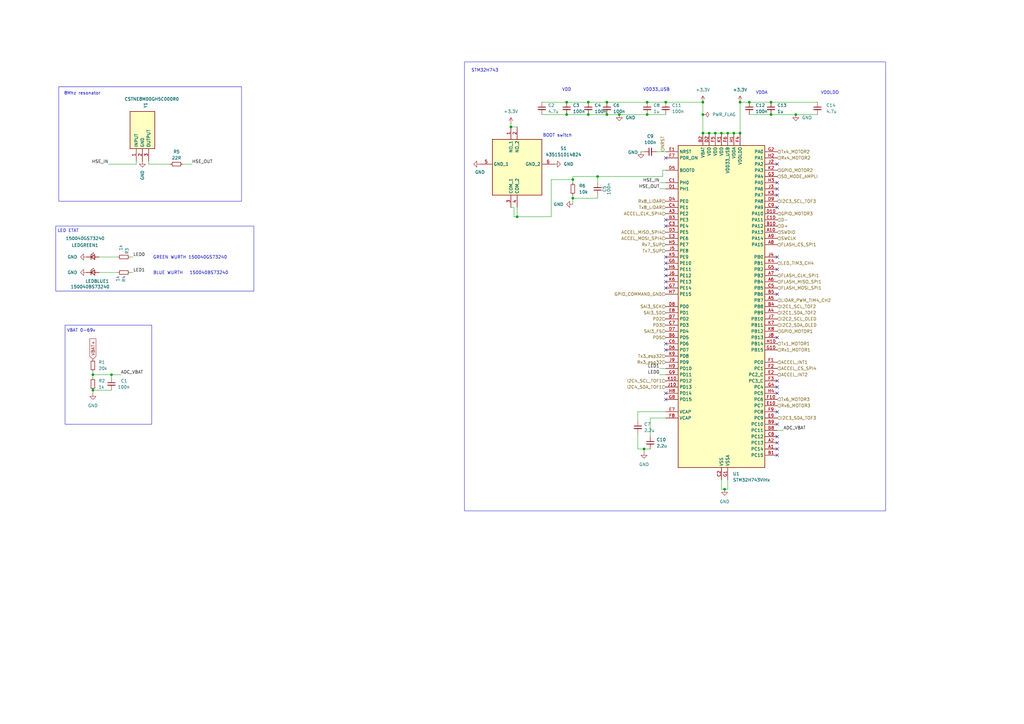
<source format=kicad_sch>
(kicad_sch (version 20250114) (generator "eeschema") (generator_version "9.0")
  (paper "A3")
  (lib_symbols
    (symbol "Device:C_Small" (pin_numbers (hide yes)) (pin_names (offset 0.254) (hide yes))
      (property "Reference" "C" (at 0.254 1.778 0))
      (property "Value" "C_Small" (at 0.254 -2.032 0))
      (symbol "C_Small_0_1"
        (polyline (pts (xy -1.524 0.508) (xy 1.524 0.508)) (stroke (width 0.3048)))
        (polyline (pts (xy -1.524 -0.508) (xy 1.524 -0.508)) (stroke (width 0.3302)))
      )
      (symbol "C_Small_1_1"
        (pin passive line (at 0 2.54 270) (length 2.032) (name "~") (number "1"))
        (pin passive line (at 0 -2.54 90) (length 2.032) (name "~") (number "2"))
      )
    )
    (symbol "Device:LED_Small" (pin_numbers (hide yes)) (pin_names (offset 0.254) (hide yes))
      (property "Reference" "D" (at -1.27 3.175 0))
      (property "Value" "LED_Small" (at -4.445 -2.54 0))
      (symbol "LED_Small_0_1"
        (polyline (pts (xy -0.762 -1.016) (xy -0.762 1.016)) (stroke (width 0.254)))
        (polyline (pts (xy 0 0.762) (xy -0.508 1.27) (xy -0.254 1.27) (xy -0.508 1.27) (xy -0.508 1.016)))
        (polyline (pts (xy 0.508 1.27) (xy 0 1.778) (xy 0.254 1.778) (xy 0 1.778) (xy 0 1.524)))
        (polyline (pts (xy 0.762 -1.016) (xy -0.762 0) (xy 0.762 1.016) (xy 0.762 -1.016)) (stroke (width 0.254)))
        (polyline (pts (xy 1.016 0) (xy -0.762 0)))
      )
      (symbol "LED_Small_1_1"
        (pin passive line (at -2.54 0 0) (length 1.778) (name "K") (number "1"))
        (pin passive line (at 2.54 0 180) (length 1.778) (name "A") (number "2"))
      )
    )
    (symbol "Device:R_Small" (pin_numbers (hide yes)) (pin_names (offset 0.254) (hide yes))
      (property "Reference" "R" (at 0.762 0.508 0))
      (property "Value" "R_Small" (at 0.762 -1.016 0))
      (symbol "R_Small_0_1"
        (rectangle (start -0.762 1.778) (end 0.762 -1.778) (stroke (width 0.2032)))
      )
      (symbol "R_Small_1_1"
        (pin passive line (at 0 2.54 270) (length 0.762) (name "~") (number "1"))
        (pin passive line (at 0 -2.54 90) (length 0.762) (name "~") (number "2"))
      )
    )
    (symbol "LED_Small_1" (pin_numbers (hide yes)) (pin_names (offset 0.254) (hide yes))
      (property "Reference" "D" (at -1.27 3.175 0))
      (property "Value" "LED_Small" (at -4.445 -2.54 0))
      (symbol "LED_Small_1_0_1"
        (polyline (pts (xy -0.762 -1.016) (xy -0.762 1.016)) (stroke (width 0.254)))
        (polyline (pts (xy 0 0.762) (xy -0.508 1.27) (xy -0.254 1.27) (xy -0.508 1.27) (xy -0.508 1.016)))
        (polyline (pts (xy 0.508 1.27) (xy 0 1.778) (xy 0.254 1.778) (xy 0 1.778) (xy 0 1.524)))
        (polyline (pts (xy 0.762 -1.016) (xy -0.762 0) (xy 0.762 1.016) (xy 0.762 -1.016)) (stroke (width 0.254)))
        (polyline (pts (xy 1.016 0) (xy -0.762 0)))
      )
      (symbol "LED_Small_1_1_1"
        (pin passive line (at -2.54 0 0) (length 1.778) (name "K") (number "1"))
        (pin passive line (at 2.54 0 180) (length 1.778) (name "A") (number "2"))
      )
    )
    (symbol "MCU_ST_STM32H7:STM32H743VIHx"
      (property "Reference" "U" (at -17.78 67.31 0))
      (property "Value" "STM32H743VIHx" (at 10.16 67.31 0))
      (symbol "STM32H743VIHx_0_1"
        (rectangle (start -17.78 -66.04) (end 17.78 66.04) (stroke (width 0.254)) (fill (type background)))
      )
      (symbol "STM32H743VIHx_1_1"
        (pin input line (at -22.86 63.5 0) (length 5.08) (name "NRST") (number "E1"))
        (pin input line (at -22.86 60.96 0) (length 5.08) (name "PDR_ON") (number "F7"))
        (pin input line (at -22.86 55.88 0) (length 5.08) (name "BOOT0") (number "D5"))
        (pin bidirectional line (at -22.86 50.8 0) (length 5.08) (name "PH0") (number "C1"))
        (pin bidirectional line (at -22.86 48.26 0) (length 5.08) (name "PH1") (number "D1"))
        (pin bidirectional line (at -22.86 43.18 0) (length 5.08) (name "PE0") (number "D4"))
        (pin bidirectional line (at -22.86 40.64 0) (length 5.08) (name "PE1") (number "C4"))
        (pin bidirectional line (at -22.86 38.1 0) (length 5.08) (name "PE2") (number "A3"))
        (pin bidirectional line (at -22.86 35.56 0) (length 5.08) (name "PE3") (number "B3"))
        (pin bidirectional line (at -22.86 33.02 0) (length 5.08) (name "PE4") (number "C3"))
        (pin bidirectional line (at -22.86 30.48 0) (length 5.08) (name "PE5") (number "D3"))
        (pin bidirectional line (at -22.86 27.94 0) (length 5.08) (name "PE6") (number "E3"))
        (pin bidirectional line (at -22.86 25.4 0) (length 5.08) (name "PE7") (number "H5"))
        (pin bidirectional line (at -22.86 22.86 0) (length 5.08) (name "PE8") (number "J5"))
        (pin bidirectional line (at -22.86 20.32 0) (length 5.08) (name "PE9") (number "K5"))
        (pin bidirectional line (at -22.86 17.78 0) (length 5.08) (name "PE10") (number "G6"))
        (pin bidirectional line (at -22.86 15.24 0) (length 5.08) (name "PE11") (number "H6"))
        (pin bidirectional line (at -22.86 12.7 0) (length 5.08) (name "PE12") (number "J6"))
        (pin bidirectional line (at -22.86 10.16 0) (length 5.08) (name "PE13") (number "K6"))
        (pin bidirectional line (at -22.86 7.62 0) (length 5.08) (name "PE14") (number "G7"))
        (pin bidirectional line (at -22.86 5.08 0) (length 5.08) (name "PE15") (number "H7"))
        (pin bidirectional line (at -22.86 0 0) (length 5.08) (name "PD0") (number "D8"))
        (pin bidirectional line (at -22.86 -2.54 0) (length 5.08) (name "PD1") (number "E8"))
        (pin bidirectional line (at -22.86 -5.08 0) (length 5.08) (name "PD2") (number "B7"))
        (pin bidirectional line (at -22.86 -7.62 0) (length 5.08) (name "PD3") (number "C7"))
        (pin bidirectional line (at -22.86 -10.16 0) (length 5.08) (name "PD4") (number "D7"))
        (pin bidirectional line (at -22.86 -12.7 0) (length 5.08) (name "PD5") (number "B6"))
        (pin bidirectional line (at -22.86 -15.24 0) (length 5.08) (name "PD6") (number "C6"))
        (pin bidirectional line (at -22.86 -17.78 0) (length 5.08) (name "PD7") (number "D6"))
        (pin bidirectional line (at -22.86 -20.32 0) (length 5.08) (name "PD8") (number "K9"))
        (pin bidirectional line (at -22.86 -22.86 0) (length 5.08) (name "PD9") (number "J9"))
        (pin bidirectional line (at -22.86 -25.4 0) (length 5.08) (name "PD10") (number "H9"))
        (pin bidirectional line (at -22.86 -27.94 0) (length 5.08) (name "PD11") (number "G9"))
        (pin bidirectional line (at -22.86 -30.48 0) (length 5.08) (name "PD12") (number "K10"))
        (pin bidirectional line (at -22.86 -33.02 0) (length 5.08) (name "PD13") (number "J10"))
        (pin bidirectional line (at -22.86 -35.56 0) (length 5.08) (name "PD14") (number "H8"))
        (pin bidirectional line (at -22.86 -38.1 0) (length 5.08) (name "PD15") (number "G8"))
        (pin power_out line (at -22.86 -43.18 0) (length 5.08) (name "VCAP") (number "E7"))
        (pin power_out line (at -22.86 -45.72 0) (length 5.08) (name "VCAP") (number "F8"))
        (pin power_in line (at -7.62 71.12 270) (length 5.08) (name "VBAT") (number "B2"))
        (pin power_in line (at -5.08 71.12 270) (length 5.08) (name "VDD") (number "D2"))
        (pin power_in line (at -2.54 71.12 270) (length 5.08) (name "VDD") (number "F5"))
        (pin power_in line (at 0 71.12 270) (length 5.08) (name "VDD") (number "K1"))
        (pin power_in line (at 0 -71.12 90) (length 5.08) (name "VSS") (number "C2"))
        (pin passive line (at 0 -71.12 90) (length 5.08) (hide yes) (name "VSS") (number "E4"))
        (pin passive line (at 0 -71.12 90) (length 5.08) (hide yes) (name "VSS") (number "E5"))
        (pin passive line (at 0 -71.12 90) (length 5.08) (hide yes) (name "VSS") (number "E6"))
        (pin passive line (at 0 -71.12 90) (length 5.08) (hide yes) (name "VSS") (number "J1"))
        (pin power_in line (at 2.54 71.12 270) (length 5.08) (name "VDD33_USB") (number "F6"))
        (pin power_in line (at 2.54 -71.12 90) (length 5.08) (name "VSSA") (number "G1"))
        (pin power_in line (at 5.08 71.12 270) (length 5.08) (name "VDDA") (number "H1"))
        (pin power_in line (at 7.62 71.12 270) (length 5.08) (name "VDDLDO") (number "F4"))
        (pin bidirectional line (at 22.86 63.5 180) (length 5.08) (name "PA0") (number "G2"))
        (pin bidirectional line (at 22.86 60.96 180) (length 5.08) (name "PA1") (number "H2"))
        (pin bidirectional line (at 22.86 58.42 180) (length 5.08) (name "PA2") (number "J2"))
        (pin bidirectional line (at 22.86 55.88 180) (length 5.08) (name "PA3") (number "K2"))
        (pin bidirectional line (at 22.86 53.34 180) (length 5.08) (name "PA4") (number "G3"))
        (pin bidirectional line (at 22.86 50.8 180) (length 5.08) (name "PA5") (number "H3"))
        (pin bidirectional line (at 22.86 48.26 180) (length 5.08) (name "PA6") (number "J3"))
        (pin bidirectional line (at 22.86 45.72 180) (length 5.08) (name "PA7") (number "K3"))
        (pin bidirectional line (at 22.86 43.18 180) (length 5.08) (name "PA8") (number "D9"))
        (pin bidirectional line (at 22.86 40.64 180) (length 5.08) (name "PA9") (number "C9"))
        (pin bidirectional line (at 22.86 38.1 180) (length 5.08) (name "PA10") (number "D10"))
        (pin bidirectional line (at 22.86 35.56 180) (length 5.08) (name "PA11") (number "C10"))
        (pin bidirectional line (at 22.86 33.02 180) (length 5.08) (name "PA12") (number "B10"))
        (pin bidirectional line (at 22.86 30.48 180) (length 5.08) (name "PA13") (number "A10"))
        (pin bidirectional line (at 22.86 27.94 180) (length 5.08) (name "PA14") (number "A9"))
        (pin bidirectional line (at 22.86 25.4 180) (length 5.08) (name "PA15") (number "A8"))
        (pin bidirectional line (at 22.86 20.32 180) (length 5.08) (name "PB0") (number "J4"))
        (pin bidirectional line (at 22.86 17.78 180) (length 5.08) (name "PB1") (number "K4"))
        (pin bidirectional line (at 22.86 15.24 180) (length 5.08) (name "PB2") (number "G5"))
        (pin bidirectional line (at 22.86 12.7 180) (length 5.08) (name "PB3") (number "A7"))
        (pin bidirectional line (at 22.86 10.16 180) (length 5.08) (name "PB4") (number "A6"))
        (pin bidirectional line (at 22.86 7.62 180) (length 5.08) (name "PB5") (number "C5"))
        (pin bidirectional line (at 22.86 5.08 180) (length 5.08) (name "PB6") (number "B5"))
        (pin bidirectional line (at 22.86 2.54 180) (length 5.08) (name "PB7") (number "A5"))
        (pin bidirectional line (at 22.86 0 180) (length 5.08) (name "PB8") (number "B4"))
        (pin bidirectional line (at 22.86 -2.54 180) (length 5.08) (name "PB9") (number "A4"))
        (pin bidirectional line (at 22.86 -5.08 180) (length 5.08) (name "PB10") (number "J7"))
        (pin bidirectional line (at 22.86 -7.62 180) (length 5.08) (name "PB11") (number "K7"))
        (pin bidirectional line (at 22.86 -10.16 180) (length 5.08) (name "PB12") (number "K8"))
        (pin bidirectional line (at 22.86 -12.7 180) (length 5.08) (name "PB13") (number "J8"))
        (pin bidirectional line (at 22.86 -15.24 180) (length 5.08) (name "PB14") (number "H10"))
        (pin bidirectional line (at 22.86 -17.78 180) (length 5.08) (name "PB15") (number "G10"))
        (pin bidirectional line (at 22.86 -22.86 180) (length 5.08) (name "PC0") (number "F1"))
        (pin bidirectional line (at 22.86 -25.4 180) (length 5.08) (name "PC1") (number "F2"))
        (pin bidirectional line (at 22.86 -27.94 180) (length 5.08) (name "PC2_C") (number "E2"))
        (pin bidirectional line (at 22.86 -30.48 180) (length 5.08) (name "PC3_C") (number "F3"))
        (pin bidirectional line (at 22.86 -33.02 180) (length 5.08) (name "PC4") (number "G4"))
        (pin bidirectional line (at 22.86 -35.56 180) (length 5.08) (name "PC5") (number "H4"))
        (pin bidirectional line (at 22.86 -38.1 180) (length 5.08) (name "PC6") (number "F10"))
        (pin bidirectional line (at 22.86 -40.64 180) (length 5.08) (name "PC7") (number "E10"))
        (pin bidirectional line (at 22.86 -43.18 180) (length 5.08) (name "PC8") (number "F9"))
        (pin bidirectional line (at 22.86 -45.72 180) (length 5.08) (name "PC9") (number "E9"))
        (pin bidirectional line (at 22.86 -48.26 180) (length 5.08) (name "PC10") (number "B9"))
        (pin bidirectional line (at 22.86 -50.8 180) (length 5.08) (name "PC11") (number "B8"))
        (pin bidirectional line (at 22.86 -53.34 180) (length 5.08) (name "PC12") (number "C8"))
        (pin bidirectional line (at 22.86 -55.88 180) (length 5.08) (name "PC13") (number "A2"))
        (pin bidirectional line (at 22.86 -58.42 180) (length 5.08) (name "PC14") (number "A1"))
        (pin bidirectional line (at 22.86 -60.96 180) (length 5.08) (name "PC15") (number "B1"))
      )
    )
    (symbol "power:+3.3V" (power) (pin_numbers (hide yes)) (pin_names (offset 0) (hide yes))
      (property "Value" "+3.3V" (at 0 3.556 0))
      (symbol "+3.3V_0_1"
        (polyline (pts (xy -0.762 1.27) (xy 0 2.54)))
        (polyline (pts (xy 0 2.54) (xy 0.762 1.27)))
        (polyline (pts (xy 0 0) (xy 0 2.54)))
      )
      (symbol "+3.3V_1_1"
        (pin power_in line (at 0 0 90) (length 0) (name "~") (number "1"))
      )
    )
    (symbol "power:GND" (power) (pin_numbers (hide yes)) (pin_names (offset 0) (hide yes))
      (property "Value" "GND" (at 0 -3.81 0))
      (symbol "GND_0_1"
        (polyline (pts (xy 0 0) (xy 0 -1.27) (xy 1.27 -1.27) (xy 0 -2.54) (xy -1.27 -1.27) (xy 0 -1.27)))
      )
      (symbol "GND_1_1"
        (pin power_in line (at 0 0 270) (length 0) (name "~") (number "1"))
      )
    )
    (symbol "power:PWR_FLAG" (power) (pin_numbers (hide yes)) (pin_names (offset 0) (hide yes))
      (property "Value" "PWR_FLAG" (at 0 3.81 0))
      (symbol "PWR_FLAG_0_0"
        (pin power_out line (at 0 0 90) (length 0) (name "~") (number "1"))
      )
      (symbol "PWR_FLAG_0_1"
        (polyline (pts (xy 0 0) (xy 0 1.27) (xy -1.016 1.905) (xy 0 2.54) (xy 1.016 1.905) (xy 0 1.27)))
      )
    )
    (symbol "samacsys:435151014824"
      (property "Reference" "S" (at 26.67 15.24 0))
      (property "Value" "435151014824" (at 26.67 12.7 0))
      (symbol "435151014824_1_1"
        (rectangle (start 5.08 10.16) (end 25.4 -12.7) (stroke (width 0.254)) (fill (type background)))
        (pin passive line (at 0 0 0) (length 5.08) (name "GND_1") (number "5"))
        (pin passive line (at 12.7 15.24 270) (length 5.08) (name "NO_1") (number "1"))
        (pin passive line (at 12.7 -17.78 90) (length 5.08) (name "COM_1") (number "3"))
        (pin passive line (at 15.24 15.24 270) (length 5.08) (name "NO_2") (number "2"))
        (pin passive line (at 15.24 -17.78 90) (length 5.08) (name "COM_2") (number "4"))
        (pin passive line (at 30.48 0 180) (length 5.08) (name "GND_2") (number "6"))
      )
    )
    (symbol "samacsys:CSTNE8M00GH5C000R0"
      (property "Reference" "Y" (at 21.59 7.62 0))
      (property "Value" "CSTNE8M00GH5C000R0" (at 21.59 5.08 0))
      (symbol "CSTNE8M00GH5C000R0_1_1"
        (rectangle (start 5.08 2.54) (end 20.32 -7.62) (stroke (width 0.254)) (fill (type background)))
        (pin passive line (at 0 0 0) (length 5.08) (name "OUTPUT") (number "3"))
        (pin passive line (at 0 -2.54 0) (length 5.08) (name "GND") (number "2"))
        (pin passive line (at 0 -5.08 0) (length 5.08) (name "INPUT") (number "1"))
      )
    )
  )
  (rectangle (start 26.67 133.35) (end 62.23 173.99))
  (rectangle (start 190.5 25.4) (end 363.22 209.55))
  (rectangle (start 22.86 92.71) (end 104.14 119.38))
  (rectangle (start 24.13 35.56) (end 99.06 82.55))
  (text "8Mhz resonator\n" (at 33.782 38.354 0) (effects (font (size 1.27 1.27))))
  (text "STM32H743" (at 198.882 28.956 0) (effects (font (size 1.27 1.27))))
  (text "VDD" (at 232.41 36.83 0) (effects (font (size 1.27 1.27))))
  (text "GREEN WURTH 150040GS73240" (at 77.978 105.664 0) (effects (font (size 1.27 1.27))))
  (text "VDDA" (at 312.42 38.1 0) (effects (font (size 1.27 1.27))))
  (text "BOOT switch" (at 228.6 55.626 0) (effects (font (size 1.27 1.27))))
  (text "LED ETAT" (at 27.94 94.742 0) (effects (font (size 1.27 1.27))))
  (text "VDD33_USB" (at 269.24 36.83 0) (effects (font (size 1.27 1.27))))
  (text "VBAT 0-69v" (at 33.274 135.636 0) (effects (font (size 1.27 1.27))))
  (text "BLUE WURTH 	150040BS73240" (at 78.232 112.014 0) (effects (font (size 1.27 1.27))))
  (text "VDDLDO" (at 340.36 38.1 0) (effects (font (size 1.27 1.27))))
  (junction (at 300.99 54.61))
  (junction (at 316.23 41.91))
  (junction (at 38.1 153.67))
  (junction (at 241.3 46.99))
  (junction (at 38.1 160.02))
  (junction (at 326.39 46.99))
  (junction (at 293.37 54.61))
  (junction (at 234.95 81.28))
  (junction (at 212.09 88.9))
  (junction (at 245.11 72.39))
  (junction (at 303.53 41.91))
  (junction (at 288.29 54.61))
  (junction (at 248.92 46.99))
  (junction (at 288.29 46.99))
  (junction (at 290.83 54.61))
  (junction (at 316.23 46.99))
  (junction (at 298.45 54.61))
  (junction (at 273.05 41.91))
  (junction (at 254 46.99))
  (junction (at 248.92 41.91))
  (junction (at 45.72 153.67))
  (junction (at 303.53 54.61))
  (junction (at 265.43 41.91))
  (junction (at 265.43 46.99))
  (junction (at 234.95 73.66))
  (junction (at 307.34 41.91))
  (junction (at 241.3 41.91))
  (junction (at 288.29 41.91))
  (junction (at 264.16 184.15))
  (junction (at 295.91 54.61))
  (junction (at 232.41 41.91))
  (junction (at 209.55 52.07))
  (junction (at 297.18 200.66))
  (junction (at 232.41 46.99))
  (no_connect (at 318.77 74.93))
  (no_connect (at 273.05 163.83))
  (no_connect (at 318.77 110.49))
  (no_connect (at 273.05 107.95))
  (no_connect (at 318.77 168.91))
  (no_connect (at 318.77 138.43))
  (no_connect (at 318.77 156.21))
  (no_connect (at 318.77 186.69))
  (no_connect (at 273.05 105.41))
  (no_connect (at 273.05 140.97))
  (no_connect (at 318.77 161.29))
  (no_connect (at 318.77 105.41))
  (no_connect (at 318.77 85.09))
  (no_connect (at 318.77 158.75))
  (no_connect (at 273.05 113.03))
  (no_connect (at 273.05 118.11))
  (no_connect (at 273.05 64.77))
  (no_connect (at 318.77 179.07))
  (no_connect (at 273.05 161.29))
  (no_connect (at 318.77 67.31))
  (no_connect (at 318.77 173.99))
  (no_connect (at 273.05 143.51))
  (no_connect (at 318.77 184.15))
  (no_connect (at 318.77 120.65))
  (no_connect (at 318.77 77.47))
  (no_connect (at 318.77 80.01))
  (no_connect (at 273.05 92.71))
  (no_connect (at 273.05 115.57))
  (no_connect (at 318.77 181.61))
  (no_connect (at 273.05 90.17))
  (no_connect (at 273.05 110.49))
  (wire (pts (xy 44.45 67.31) (xy 55.88 67.31)))
  (wire (pts (xy 295.91 196.85) (xy 295.91 200.66)))
  (wire (pts (xy 316.23 46.99) (xy 326.39 46.99)))
  (wire (pts (xy 209.55 52.07) (xy 212.09 52.07)))
  (wire (pts (xy 298.45 54.61) (xy 300.99 54.61)))
  (wire (pts (xy 300.99 54.61) (xy 303.53 54.61)))
  (wire (pts (xy 226.06 88.9) (xy 226.06 73.66)))
  (wire (pts (xy 234.95 81.28) (xy 234.95 83.82)))
  (wire (pts (xy 40.64 111.76) (xy 48.26 111.76)))
  (wire (pts (xy 234.95 80.01) (xy 234.95 81.28)))
  (wire (pts (xy 54.61 105.41) (xy 53.34 105.41)))
  (wire (pts (xy 45.72 153.67) (xy 38.1 153.67)))
  (wire (pts (xy 316.23 41.91) (xy 335.28 41.91)))
  (wire (pts (xy 209.55 50.8) (xy 209.55 52.07)))
  (wire (pts (xy 298.45 196.85) (xy 298.45 200.66)))
  (wire (pts (xy 38.1 161.29) (xy 38.1 160.02)))
  (wire (pts (xy 270.51 77.47) (xy 273.05 77.47)))
  (wire (pts (xy 273.05 168.91) (xy 261.62 168.91)))
  (wire (pts (xy 55.88 67.31) (xy 55.88 66.04)))
  (wire (pts (xy 265.43 46.99) (xy 273.05 46.99)))
  (wire (pts (xy 49.53 153.67) (xy 45.72 153.67)))
  (wire (pts (xy 307.34 41.91) (xy 303.53 41.91)))
  (wire (pts (xy 209.55 85.09) (xy 210.82 85.09)))
  (wire (pts (xy 303.53 41.91) (xy 303.53 54.61)))
  (wire (pts (xy 273.05 171.45) (xy 266.7 171.45)))
  (wire (pts (xy 245.11 80.01) (xy 245.11 81.28)))
  (wire (pts (xy 266.7 184.15) (xy 264.16 184.15)))
  (wire (pts (xy 288.29 46.99) (xy 288.29 54.61)))
  (wire (pts (xy 261.62 184.15) (xy 261.62 177.8)))
  (wire (pts (xy 270.51 151.13) (xy 273.05 151.13)))
  (wire (pts (xy 261.62 168.91) (xy 261.62 172.72)))
  (wire (pts (xy 210.82 88.9) (xy 212.09 88.9)))
  (wire (pts (xy 264.16 184.15) (xy 264.16 185.42)))
  (wire (pts (xy 266.7 171.45) (xy 266.7 179.07)))
  (wire (pts (xy 54.61 111.76) (xy 53.34 111.76)))
  (wire (pts (xy 307.34 41.91) (xy 316.23 41.91)))
  (wire (pts (xy 232.41 41.91) (xy 241.3 41.91)))
  (wire (pts (xy 212.09 85.09) (xy 212.09 88.9)))
  (wire (pts (xy 307.34 46.99) (xy 316.23 46.99)))
  (wire (pts (xy 288.29 54.61) (xy 290.83 54.61)))
  (wire (pts (xy 232.41 46.99) (xy 241.3 46.99)))
  (wire (pts (xy 295.91 200.66) (xy 297.18 200.66)))
  (wire (pts (xy 45.72 160.02) (xy 38.1 160.02)))
  (wire (pts (xy 248.92 41.91) (xy 265.43 41.91)))
  (wire (pts (xy 265.43 41.91) (xy 273.05 41.91)))
  (wire (pts (xy 222.25 46.99) (xy 232.41 46.99)))
  (wire (pts (xy 234.95 73.66) (xy 234.95 72.39)))
  (wire (pts (xy 271.78 69.85) (xy 273.05 69.85)))
  (wire (pts (xy 248.92 46.99) (xy 254 46.99)))
  (wire (pts (xy 60.96 67.31) (xy 60.96 66.04)))
  (wire (pts (xy 74.93 67.31) (xy 78.74 67.31)))
  (wire (pts (xy 245.11 72.39) (xy 245.11 74.93)))
  (wire (pts (xy 212.09 88.9) (xy 226.06 88.9)))
  (wire (pts (xy 321.31 176.53) (xy 318.77 176.53)))
  (wire (pts (xy 60.96 67.31) (xy 69.85 67.31)))
  (wire (pts (xy 290.83 54.61) (xy 293.37 54.61)))
  (wire (pts (xy 234.95 74.93) (xy 234.95 73.66)))
  (wire (pts (xy 262.89 62.23) (xy 264.16 62.23)))
  (wire (pts (xy 245.11 81.28) (xy 234.95 81.28)))
  (wire (pts (xy 295.91 54.61) (xy 298.45 54.61)))
  (wire (pts (xy 40.64 105.41) (xy 48.26 105.41)))
  (wire (pts (xy 270.51 153.67) (xy 273.05 153.67)))
  (wire (pts (xy 38.1 152.4) (xy 38.1 153.67)))
  (wire (pts (xy 222.25 41.91) (xy 232.41 41.91)))
  (wire (pts (xy 271.78 72.39) (xy 271.78 69.85)))
  (wire (pts (xy 326.39 46.99) (xy 335.28 46.99)))
  (wire (pts (xy 45.72 154.94) (xy 45.72 153.67)))
  (wire (pts (xy 270.51 74.93) (xy 273.05 74.93)))
  (wire (pts (xy 264.16 184.15) (xy 261.62 184.15)))
  (wire (pts (xy 241.3 41.91) (xy 248.92 41.91)))
  (wire (pts (xy 245.11 72.39) (xy 271.78 72.39)))
  (wire (pts (xy 273.05 41.91) (xy 288.29 41.91)))
  (wire (pts (xy 210.82 85.09) (xy 210.82 88.9)))
  (wire (pts (xy 38.1 153.67) (xy 38.1 154.94)))
  (wire (pts (xy 298.45 200.66) (xy 297.18 200.66)))
  (wire (pts (xy 241.3 46.99) (xy 248.92 46.99)))
  (wire (pts (xy 269.24 62.23) (xy 273.05 62.23)))
  (wire (pts (xy 288.29 41.91) (xy 288.29 46.99)))
  (wire (pts (xy 293.37 54.61) (xy 295.91 54.61)))
  (wire (pts (xy 254 46.99) (xy 265.43 46.99)))
  (wire (pts (xy 226.06 73.66) (xy 234.95 73.66)))
  (wire (pts (xy 234.95 72.39) (xy 245.11 72.39)))
  (label "ADC_VBAT" (at 49.53 153.67 0))
  (label "ADC_VBAT" (at 321.31 176.53 0))
  (label "LED0" (at 270.51 153.67 180))
  (label "HSE_OUT" (at 270.51 77.47 180))
  (label "LED1" (at 270.51 151.13 180))
  (label "LED0" (at 54.61 105.41 0))
  (label "HSE_OUT" (at 78.74 67.31 0))
  (label "HSE_IN" (at 270.51 74.93 180))
  (label "LED1" (at 54.61 111.76 0))
  (label "HSE_IN" (at 44.45 67.31 180))
  (global_label "VBAT+" (shape input) (at 38.1 147.32 90) (property "Intersheetrefs" "${INTERSHEET_REFS}" (effects (hide yes))))
  (hierarchical_label "PD5" (shape input) (at 273.05 138.43 180))
  (hierarchical_label "ACCEL_MISO_SPI4" (shape input) (at 273.05 95.25 180))
  (hierarchical_label "FLASH_MISO_SPI1" (shape input) (at 318.77 115.57 0))
  (hierarchical_label "NRST" (shape input) (at 271.78 62.23 90))
  (hierarchical_label "I2C2_SDA_OLED" (shape input) (at 318.77 133.35 0))
  (hierarchical_label "Tx7_SUP" (shape input) (at 273.05 102.87 180))
  (hierarchical_label "SAI3_SD" (shape input) (at 273.05 128.27 180))
  (hierarchical_label "Rx4_MOTOR2" (shape input) (at 318.77 64.77 0))
  (hierarchical_label "ACCEL_CLK_SPI4" (shape input) (at 273.05 87.63 180))
  (hierarchical_label "Tx6_MOTOR3" (shape input) (at 318.77 163.83 0))
  (hierarchical_label "Tx8_LIDAR" (shape input) (at 273.05 85.09 180))
  (hierarchical_label "GPIO_COMMAND_GND" (shape input) (at 273.05 120.65 180))
  (hierarchical_label "D+" (shape input) (at 318.77 92.71 0))
  (hierarchical_label "PD3" (shape input) (at 273.05 133.35 180))
  (hierarchical_label "Rx7_SUP" (shape input) (at 273.05 100.33 180))
  (hierarchical_label "FLASH_CS_SPI1" (shape input) (at 318.77 100.33 0))
  (hierarchical_label "I2C1_SCL_TOF2" (shape input) (at 318.77 125.73 0))
  (hierarchical_label "I2C1_SDA_TOF2" (shape input) (at 318.77 128.27 0))
  (hierarchical_label "I2C3_SDA_TOF3" (shape input) (at 318.77 171.45 0))
  (hierarchical_label "FLASH_CLK_SPI1" (shape input) (at 318.77 113.03 0))
  (hierarchical_label "I2C2_SCL_OLED" (shape input) (at 318.77 130.81 0))
  (hierarchical_label "I2C4_SCL_TOF1" (shape input) (at 273.05 156.21 180))
  (hierarchical_label "Tx3_esp32" (shape input) (at 273.05 146.05 180))
  (hierarchical_label "Tx4_MOTOR2" (shape input) (at 318.77 62.23 0))
  (hierarchical_label "Rx8_LIDAR" (shape input) (at 273.05 82.55 180))
  (hierarchical_label "GPIO_MOTOR2" (shape input) (at 318.77 69.85 0))
  (hierarchical_label "ACCEL_CS_SPI4" (shape input) (at 318.77 151.13 0))
  (hierarchical_label "PD2" (shape input) (at 273.05 130.81 180))
  (hierarchical_label "ACCEL_MOSI_SPI4" (shape input) (at 273.05 97.79 180))
  (hierarchical_label "Tx1_MOTOR1" (shape input) (at 318.77 140.97 0))
  (hierarchical_label "ACCEL_INT1" (shape input) (at 318.77 148.59 0))
  (hierarchical_label "SAI3_SCK" (shape input) (at 273.05 125.73 180))
  (hierarchical_label "I2C4_SDA_TOF1" (shape input) (at 273.05 158.75 180))
  (hierarchical_label "GPIO_MOTOR1" (shape input) (at 318.77 135.89 0))
  (hierarchical_label "SWCLK" (shape input) (at 318.77 97.79 0))
  (hierarchical_label "Rx1_MOTOR1" (shape input) (at 318.77 143.51 0))
  (hierarchical_label "SWDIO" (shape input) (at 318.77 95.25 0))
  (hierarchical_label "SAI3_FS" (shape input) (at 273.05 135.89 180))
  (hierarchical_label "ACCEL_INT2" (shape input) (at 318.77 153.67 0))
  (hierarchical_label "GPIO_MOTOR3" (shape input) (at 318.77 87.63 0))
  (hierarchical_label "Rx6_MOTOR3" (shape input) (at 318.77 166.37 0))
  (hierarchical_label "FLASH_MOSI_SPI1" (shape input) (at 318.77 118.11 0))
  (hierarchical_label "LED_TIM3_CH4" (shape input) (at 318.77 107.95 0))
  (hierarchical_label "LIDAR_PWM_TIM4_CH2" (shape input) (at 318.77 123.19 0))
  (hierarchical_label "Rx3_esp32" (shape input) (at 273.05 148.59 180))
  (hierarchical_label "SD_MODE_AMPLI" (shape input) (at 318.77 72.39 0))
  (hierarchical_label "D-" (shape input) (at 318.77 90.17 0))
  (hierarchical_label "I2C3_SCL_TOF3" (shape input) (at 318.77 82.55 0))
  (symbol (lib_id "Device:C_Small") (at 232.41 44.45 0) (unit 1)
    (property "Reference" "C3" (at 234.95 43.1862 0) (effects (justify left)))
    (property "Value" "100n" (at 234.95 45.7262 0) (effects (justify left)))
    (property "Footprint" "samacsys:C_0201_custom" (effects (hide yes)))
    (property "Description" "Unpolarized capacitor, small symbol" (effects (hide yes)))
    (property "Manufacturer_Part_Number" "885012104005" (effects (hide yes)))
    (property "Mouser Part Number" "710-885012104005" (effects (hide yes)))
    (property "Manufacturer_Name" "Wurth Elektronik" (effects (hide yes)))
  )
  (symbol (lib_id "Device:R_Small") (at 50.8 111.76 270) (unit 1)
    (property "Reference" "R4" (at 50.8 113.03 0) (effects (justify left)))
    (property "Value" "1k" (at 48.26 113.03 0) (effects (justify left)))
    (property "Footprint" "Resistor_SMD:R_0201_0603Metric" (effects (hide yes)))
    (property "Description" "Resistor, small symbol" (effects (hide yes)))
    (property "Manufacturer_Part_Number" "ERJ-1GNF1001C" (effects (hide yes)))
    (property "Mouser Part Number" " 667-ERJ-1GNF1001C" (effects (hide yes)))
    (property "Manufacturer_Name" "Panasonic" (effects (hide yes)))
  )
  (symbol (lib_id "power:GND") (at 35.56 111.76 270) (unit 1)
    (property "Reference" "#PWR02" (effects (hide yes)))
    (property "Value" "GND" (at 31.75 111.76 90) (effects (justify right)))
    (property "Description" "Power symbol creates a global label with name \"GND\" , ground" (effects (hide yes)))
  )
  (symbol (lib_id "power:GND") (at 326.39 46.99 0) (unit 1)
    (property "Reference" "#PWR015" (effects (hide yes)))
    (property "Value" "GND" (at 328.93 48.2599 0) (effects (justify left)))
    (property "Description" "Power symbol creates a global label with name \"GND\" , ground" (effects (hide yes)))
  )
  (symbol (lib_id "power:GND") (at 254 46.99 0) (unit 1)
    (property "Reference" "#PWR09" (effects (hide yes)))
    (property "Value" "GND" (at 256.54 48.2599 0) (effects (justify left)))
    (property "Description" "Power symbol creates a global label with name \"GND\" , ground" (effects (hide yes)))
  )
  (symbol (lib_id "Device:R_Small") (at 234.95 77.47 0) (unit 1)
    (property "Reference" "R6" (at 237.49 76.1999 0) (effects (justify left)))
    (property "Value" "10k" (at 237.49 78.7399 0) (effects (justify left)))
    (property "Footprint" "samacsys:R_0201_custom" (effects (hide yes)))
    (property "Description" "Resistor, small symbol" (effects (hide yes)))
    (property "Manufacturer_Part_Number" "ERJ-1GNF1002C" (effects (hide yes)))
    (property "Mouser Part Number" "667-ERJ-1GNF1002C" (effects (hide yes)))
    (property "Manufacturer_Name" "Panasonic" (effects (hide yes)))
  )
  (symbol (lib_id "power:GND") (at 234.95 83.82 270) (unit 1)
    (property "Reference" "#PWR08" (effects (hide yes)))
    (property "Value" "GND" (at 231.14 83.8199 90) (effects (justify right)))
    (property "Description" "Power symbol creates a global label with name \"GND\" , ground" (effects (hide yes)))
  )
  (symbol (lib_id "power:GND") (at 227.33 67.31 90) (unit 1)
    (property "Reference" "#PWR07" (effects (hide yes)))
    (property "Value" "GND" (at 231.14 67.3099 90) (effects (justify right)))
    (property "Description" "Power symbol creates a global label with name \"GND\" , ground" (effects (hide yes)))
  )
  (symbol (lib_id "power:+3.3V") (at 209.55 50.8 0) (unit 1)
    (property "Reference" "#PWR06" (effects (hide yes)))
    (property "Value" "+3.3V" (at 209.55 45.72 0))
    (property "Description" "Power symbol creates a global label with name \"+3.3V\"" (effects (hide yes)))
  )
  (symbol (lib_id "Device:C_Small") (at 307.34 44.45 0) (unit 1)
    (property "Reference" "C12" (at 309.88 43.1862 0) (effects (justify left)))
    (property "Value" "100n" (at 309.88 45.7262 0) (effects (justify left)))
    (property "Footprint" "Capacitor_SMD:C_0201_0603Metric" (effects (hide yes)))
    (property "Description" "Unpolarized capacitor, small symbol" (effects (hide yes)))
    (property "Manufacturer_Part_Number" "885012104005" (effects (hide yes)))
    (property "Mouser Part Number" "710-885012104005" (effects (hide yes)))
    (property "Manufacturer_Name" "Wurth Elektronik" (effects (hide yes)))
  )
  (symbol (lib_id "power:GND") (at 38.1 161.29 0) (unit 1)
    (property "Reference" "#PWR03" (effects (hide yes)))
    (property "Value" "GND" (at 38.1 166.37 0))
    (property "Description" "Power symbol creates a global label with name \"GND\" , ground" (effects (hide yes)))
  )
  (symbol (lib_id "power:GND") (at 196.85 67.31 270) (unit 1)
    (property "Reference" "#PWR05" (effects (hide yes)))
    (property "Value" "GND" (at 198.882 70.612 90) (effects (justify right)))
    (property "Description" "Power symbol creates a global label with name \"GND\" , ground" (effects (hide yes)))
  )
  (symbol (lib_id "Device:C_Small") (at 248.92 44.45 0) (unit 1)
    (property "Reference" "C6" (at 251.46 43.1862 0) (effects (justify left)))
    (property "Value" "100n" (at 251.46 45.7262 0) (effects (justify left)))
    (property "Footprint" "Capacitor_SMD:C_0201_0603Metric" (effects (hide yes)))
    (property "Description" "Unpolarized capacitor, small symbol" (effects (hide yes)))
    (property "Manufacturer_Part_Number" "885012104005" (effects (hide yes)))
    (property "Mouser Part Number" "710-885012104005" (effects (hide yes)))
    (property "Manufacturer_Name" "Wurth Elektronik" (effects (hide yes)))
  )
  (symbol (lib_id "Device:C_Small") (at 261.62 175.26 0) (unit 1)
    (property "Reference" "C7" (at 264.16 173.9962 0) (effects (justify left)))
    (property "Value" "2.2u" (at 264.16 176.5362 0) (effects (justify left)))
    (property "Footprint" "Capacitor_SMD:C_0402_1005Metric" (effects (hide yes)))
    (property "Description" "Unpolarized capacitor, small symbol" (effects (hide yes)))
    (property "Manufacturer_Part_Number" "885012105007" (effects (hide yes)))
    (property "Mouser Part Number" "710-885012105007" (effects (hide yes)))
    (property "Manufacturer_Name" "Wurth Elektronik" (effects (hide yes)))
  )
  (symbol (lib_id "Device:R_Small") (at 38.1 149.86 0) (unit 1)
    (property "Reference" "R1" (at 40.386 148.5899 0) (effects (justify left)))
    (property "Value" "20k" (at 40.386 151.1299 0) (effects (justify left)))
    (property "Footprint" "Resistor_SMD:R_0201_0603Metric" (effects (hide yes)))
    (property "Description" "Resistor, small symbol" (effects (hide yes)))
    (property "Manufacturer_Part_Number" "ERJ-1GNF2002C" (effects (hide yes)))
    (property "Mouser Part Number" "667-ERJ-1GNF2002C" (effects (hide yes)))
    (property "Manufacturer_Name" "Panasonic" (effects (hide yes)))
  )
  (symbol (lib_id "Device:C_Small") (at 335.28 44.45 0) (unit 1)
    (property "Reference" "C14" (at 338.836 43.1862 0) (effects (justify left)))
    (property "Value" "4.7u" (at 338.836 45.7262 0) (effects (justify left)))
    (property "Footprint" "Capacitor_SMD:C_0402_1005Metric" (effects (hide yes)))
    (property "Description" "Unpolarized capacitor, small symbol" (effects (hide yes)))
    (property "Manufacturer_Name" "Wurth Elektronik" (effects (hide yes)))
    (property "Manufacturer_Part_Number" "885012105008" (effects (hide yes)))
    (property "Mouser Part Number" "710-885012105008" (effects (hide yes)))
  )
  (symbol (lib_id "Device:C_Small") (at 222.25 44.45 0) (unit 1)
    (property "Reference" "C2" (at 224.79 43.1862 0) (effects (justify left)))
    (property "Value" "4.7u" (at 224.79 45.7262 0) (effects (justify left)))
    (property "Footprint" "Capacitor_SMD:C_0402_1005Metric" (effects (hide yes)))
    (property "Description" "Unpolarized capacitor, small symbol" (effects (hide yes)))
    (property "Manufacturer_Name" "Wurth Elektronik" (effects (hide yes)))
    (property "Manufacturer_Part_Number" "885012105008" (effects (hide yes)))
    (property "Mouser Part Number" "710-885012105008" (effects (hide yes)))
  )
  (symbol (lib_id "Device:C_Small") (at 45.72 157.48 0) (unit 1)
    (property "Reference" "C1" (at 49.53 156.21 0) (effects (justify left)))
    (property "Value" "100n" (at 48.26 158.75 0) (effects (justify left)))
    (property "Footprint" "samacsys:C_0201_custom" (effects (hide yes)))
    (property "Description" "Unpolarized capacitor, small symbol" (effects (hide yes)))
    (property "Manufacturer_Part_Number" "885012104005" (effects (hide yes)))
    (property "Mouser Part Number" "710-885012104005" (effects (hide yes)))
    (property "Manufacturer_Name" "Wurth Elektronik" (effects (hide yes)))
  )
  (symbol (lib_id "Device:C_Small") (at 241.3 44.45 0) (unit 1)
    (property "Reference" "C4" (at 243.84 43.1862 0) (effects (justify left)))
    (property "Value" "100n" (at 243.84 45.7262 0) (effects (justify left)))
    (property "Footprint" "Capacitor_SMD:C_0201_0603Metric" (effects (hide yes)))
    (property "Description" "Unpolarized capacitor, small symbol" (effects (hide yes)))
    (property "Manufacturer_Part_Number" "885012104005" (effects (hide yes)))
    (property "Mouser Part Number" "710-885012104005" (effects (hide yes)))
    (property "Manufacturer_Name" "Wurth Elektronik" (effects (hide yes)))
  )
  (symbol (lib_id "power:GND") (at 262.89 62.23 0) (unit 1)
    (property "Reference" "#PWR010" (effects (hide yes)))
    (property "Value" "GND" (at 257.556 62.484 0) (effects (justify left)))
    (property "Description" "Power symbol creates a global label with name \"GND\" , ground" (effects (hide yes)))
  )
  (symbol (lib_id "Device:C_Small") (at 273.05 44.45 0) (unit 1)
    (property "Reference" "C11" (at 275.59 43.1862 0) (effects (justify left)))
    (property "Value" "100n" (at 275.59 45.7262 0) (effects (justify left)))
    (property "Footprint" "Capacitor_SMD:C_0201_0603Metric" (effects (hide yes)))
    (property "Description" "Unpolarized capacitor, small symbol" (effects (hide yes)))
    (property "Manufacturer_Part_Number" "885012104005" (effects (hide yes)))
    (property "Mouser Part Number" "710-885012104005" (effects (hide yes)))
    (property "Manufacturer_Name" "Wurth Elektronik" (effects (hide yes)))
  )
  (symbol (lib_id "samacsys:CSTNE8M00GH5C000R0") (at 60.96 66.04 270) (mirror x) (unit 1)
    (property "Reference" "Y1" (at 59.6901 44.45 0) (effects (justify left)))
    (property "Value" "CSTNE8M00GH5C000R0" (at 51.054 40.64 90) (effects (justify left)))
    (property "Footprint" "samacsys:CSTNE12M0GH5L000R0" (effects (hide yes)))
    (property "Datasheet" "https://www.murata.com/en-us/products/productdetail.aspx?cate=cgsubResonators&partno=CSTNE8M00GH5C000R0" (effects (hide yes)))
    (property "Description" "Resonators 8.0000MHz 33pF SMD CHP Rsntr 0.07% AUTO" (effects (hide yes)))
    (property "Height" "0.8" (effects (hide yes)))
    (property "Mouser Part Number" "81-CSTNE8M00GH5C000R" (effects (hide yes)))
    (property "Mouser Price/Stock" "https://www.mouser.co.uk/ProductDetail/Murata-Electronics/CSTNE8M00GH5C000R0?qs=y6ZabgHbY%252ByuG8XwUR67qA%3D%3D" (effects (hide yes)))
    (property "Manufacturer_Name" "Murata Electronics" (effects (hide yes)))
    (property "Manufacturer_Part_Number" "CSTNE8M00GH5C000R0" (effects (hide yes)))
  )
  (symbol (lib_id "samacsys:435151014824") (at 196.85 67.31 0) (unit 1)
    (property "Reference" "S1" (at 231.14 60.8898 0))
    (property "Value" "435151014824" (at 231.14 63.4298 0))
    (property "Footprint" "samacsys:435151014824" (effects (hide yes)))
    (property "Datasheet" "https://componentsearchengine.com/Datasheets/2/435151014824.pdf" (effects (hide yes)))
    (property "Description" "Tactile Switches WS-TASV Tact Switch" (effects (hide yes)))
    (property "Height" "1.4" (effects (hide yes)))
    (property "Mouser Part Number" "710-435151014824" (effects (hide yes)))
    (property "Mouser Price/Stock" "https://www.mouser.co.uk/ProductDetail/Wurth-Elektronik/435151014824?qs=OlC7AqGiEDkCCtReGm3ZVw%3D%3D" (effects (hide yes)))
    (property "Manufacturer_Name" "Wurth Elektronik" (effects (hide yes)))
    (property "Manufacturer_Part_Number" "435151014824" (effects (hide yes)))
  )
  (symbol (lib_id "MCU_ST_STM32H7:STM32H743VIHx") (at 295.91 125.73 0) (unit 1)
    (property "Reference" "U1" (at 300.5933 194.31 0) (effects (justify left)))
    (property "Value" "STM32H743VIHx" (at 300.5933 196.85 0) (effects (justify left)))
    (property "Footprint" "Package_BGA:TFBGA-100_8x8mm_Layout10x10_P0.8mm" (effects (hide yes)))
    (property "Datasheet" "https://www.st.com/resource/en/datasheet/stm32h743vi.pdf" (effects (hide yes)))
    (property "Description" "STMicroelectronics Arm Cortex-M7 MCU, 2048KB flash, 1024KB RAM, 480 MHz, 1.71-3.6V, 82 GPIO, TFBGA100" (effects (hide yes)))
    (property "Manufacturer_Name" "STMicroelectronics" (effects (hide yes)))
    (property "Manufacturer_Part_Number" "STM32H743VIH6" (effects (hide yes)))
    (property "Mouser Part Number" "511-STM32H743VIH6" (effects (hide yes)))
  )
  (symbol (lib_id "power:+3.3V") (at 288.29 41.91 0) (unit 1)
    (property "Reference" "#PWR012" (effects (hide yes)))
    (property "Value" "+3.3V" (at 288.29 36.83 0))
    (property "Description" "Power symbol creates a global label with name \"+3.3V\"" (effects (hide yes)))
  )
  (symbol (lib_id "power:+3.3V") (at 303.53 41.91 0) (unit 1)
    (property "Reference" "#PWR014" (effects (hide yes)))
    (property "Value" "+3.3V" (at 303.53 36.83 0))
    (property "Description" "Power symbol creates a global label with name \"+3.3V\"" (effects (hide yes)))
  )
  (symbol (lib_id "Device:C_Small") (at 316.23 44.45 0) (unit 1)
    (property "Reference" "C13" (at 318.77 43.1862 0) (effects (justify left)))
    (property "Value" "1u" (at 318.77 45.7262 0) (effects (justify left)))
    (property "Footprint" "Capacitor_SMD:C_0402_1005Metric" (effects (hide yes)))
    (property "Description" "Unpolarized capacitor, small symbol" (effects (hide yes)))
    (property "Manufacturer_Part_Number" "885012105012 " (effects (hide yes)))
    (property "Mouser Part Number" "710-885012105012 " (effects (hide yes)))
    (property "Manufacturer_Name" "Wurth Elektronik" (effects (hide yes)))
  )
  (symbol (lib_id "Device:R_Small") (at 50.8 105.41 270) (unit 1)
    (property "Reference" "R3" (at 52.07 101.6 0) (effects (justify left)))
    (property "Value" "1k" (at 49.53 100.33 0) (effects (justify left)))
    (property "Footprint" "Resistor_SMD:R_0201_0603Metric" (effects (hide yes)))
    (property "Description" "Resistor, small symbol" (effects (hide yes)))
    (property "Manufacturer_Part_Number" "ERJ-1GNF1001C" (effects (hide yes)))
    (property "Mouser Part Number" " 667-ERJ-1GNF1001C" (effects (hide yes)))
    (property "Manufacturer_Name" "Panasonic" (effects (hide yes)))
  )
  (symbol (lib_id "power:GND") (at 264.16 185.42 0) (unit 1)
    (property "Reference" "#PWR011" (effects (hide yes)))
    (property "Value" "GND" (at 264.16 190.5 0))
    (property "Description" "Power symbol creates a global label with name \"GND\" , ground" (effects (hide yes)))
  )
  (symbol (lib_id "Device:C_Small") (at 245.11 77.47 180) (unit 1)
    (property "Reference" "C5" (at 247.904 77.47 90))
    (property "Value" "100n" (at 249.682 77.47 90))
    (property "Footprint" "samacsys:C_0201_custom" (effects (hide yes)))
    (property "Description" "Unpolarized capacitor, small symbol" (effects (hide yes)))
    (property "Manufacturer_Part_Number" "885012104005" (effects (hide yes)))
    (property "Mouser Part Number" "710-885012104005" (effects (hide yes)))
    (property "Manufacturer_Name" "Wurth Elektronik" (effects (hide yes)))
  )
  (symbol (lib_name "LED_Small_1") (lib_id "Device:LED_Small") (at 38.1 105.41 0) (unit 1)
    (property "Reference" "LEDGREEN1" (at 40.386 100.584 0) (effects (justify right)))
    (property "Value" "150040GS73240" (at 42.926 97.79 0) (effects (justify right)))
    (property "Footprint" "LED_SMD:LED_0402_1005Metric" (effects (hide yes)))
    (property "Description" "Light emitting diode, small symbol" (effects (hide yes)))
    (property "Sim.Pin" "1=K 2=A" (effects (hide yes)))
    (property "Manufacturer_Name" "Wurth Elektronik" (effects (hide yes)))
    (property "Manufacturer_Part_Number" "150040GS73240" (effects (hide yes)))
    (property "Mouser Part Number" "710-150040GS73240" (effects (hide yes)))
  )
  (symbol (lib_id "Device:R_Small") (at 38.1 157.48 0) (unit 1)
    (property "Reference" "R2" (at 40.386 156.2099 0) (effects (justify left)))
    (property "Value" "1k" (at 40.386 158.7499 0) (effects (justify left)))
    (property "Footprint" "samacsys:R_0201_custom" (effects (hide yes)))
    (property "Description" "Resistor, small symbol" (effects (hide yes)))
    (property "Manufacturer_Part_Number" "ERJ-1GNF1001C" (effects (hide yes)))
    (property "Mouser Part Number" " 667-ERJ-1GNF1001C" (effects (hide yes)))
    (property "Manufacturer_Name" "Panasonic" (effects (hide yes)))
  )
  (symbol (lib_id "power:GND") (at 58.42 66.04 0) (unit 1)
    (property "Reference" "#PWR04" (effects (hide yes)))
    (property "Value" "GND" (at 58.4199 69.85 90) (effects (justify right)))
    (property "Description" "Power symbol creates a global label with name \"GND\" , ground" (effects (hide yes)))
  )
  (symbol (lib_id "power:PWR_FLAG") (at 288.29 46.99 270) (unit 1)
    (property "Reference" "#FLG01" (effects (hide yes)))
    (property "Value" "PWR_FLAG" (at 292.1 46.9899 90) (effects (justify left)))
    (property "Description" "Special symbol for telling ERC where power comes from" (effects (hide yes)))
  )
  (symbol (lib_id "Device:C_Small") (at 266.7 62.23 90) (unit 1)
    (property "Reference" "C9" (at 266.7063 55.88 90))
    (property "Value" "100n" (at 266.7063 58.42 90))
    (property "Footprint" "samacsys:C_0201_custom" (effects (hide yes)))
    (property "Description" "Unpolarized capacitor, small symbol" (effects (hide yes)))
    (property "Manufacturer_Part_Number" "885012104005" (effects (hide yes)))
    (property "Mouser Part Number" "710-885012104005" (effects (hide yes)))
    (property "Manufacturer_Name" "Wurth Elektronik" (effects (hide yes)))
  )
  (symbol (lib_id "power:GND") (at 35.56 105.41 270) (unit 1)
    (property "Reference" "#PWR01" (effects (hide yes)))
    (property "Value" "GND" (at 31.75 105.41 90) (effects (justify right)))
    (property "Description" "Power symbol creates a global label with name \"GND\" , ground" (effects (hide yes)))
  )
  (symbol (lib_id "Device:R_Small") (at 72.39 67.31 90) (unit 1)
    (property "Reference" "R5" (at 72.39 62.23 90))
    (property "Value" "22R" (at 72.39 64.77 90))
    (property "Footprint" "Resistor_SMD:R_0201_0603Metric" (effects (hide yes)))
    (property "Description" "Resistor, small symbol" (effects (hide yes)))
    (property "Manufacturer_Part_Number" "ERJ-1GNF22R0C" (effects (hide yes)))
    (property "Manufacturer_Name" "Panasonic" (effects (hide yes)))
    (property "Mouser Part Number" "667-ERJ-1GNF22R0C" (effects (hide yes)))
  )
  (symbol (lib_id "power:GND") (at 297.18 200.66 0) (unit 1)
    (property "Reference" "#PWR013" (effects (hide yes)))
    (property "Value" "GND" (at 297.18 205.74 0))
    (property "Description" "Power symbol creates a global label with name \"GND\" , ground" (effects (hide yes)))
  )
  (symbol (lib_id "Device:C_Small") (at 265.43 44.45 0) (unit 1)
    (property "Reference" "C8" (at 267.97 43.1862 0) (effects (justify left)))
    (property "Value" "1u" (at 267.97 45.7262 0) (effects (justify left)))
    (property "Footprint" "Capacitor_SMD:C_0402_1005Metric" (effects (hide yes)))
    (property "Description" "Unpolarized capacitor, small symbol" (effects (hide yes)))
    (property "Manufacturer_Part_Number" "885012105012 " (effects (hide yes)))
    (property "Mouser Part Number" "710-885012105012 " (effects (hide yes)))
    (property "Manufacturer_Name" "Wurth Elektronik" (effects (hide yes)))
  )
  (symbol (lib_id "Device:LED_Small") (at 38.1 111.76 0) (unit 1)
    (property "Reference" "LEDBLUE1" (at 44.704 115.316 0) (effects (justify right)))
    (property "Value" "150040BS73240" (at 44.958 117.602 0) (effects (justify right)))
    (property "Footprint" "LED_SMD:LED_0402_1005Metric" (effects (hide yes)))
    (property "Description" "Light emitting diode, small symbol" (effects (hide yes)))
    (property "Sim.Pin" "1=K 2=A" (effects (hide yes)))
    (property "Manufacturer_Name" "Wurth Elektronik" (effects (hide yes)))
    (property "Manufacturer_Part_Number" "150040BS73240" (effects (hide yes)))
    (property "Mouser Part Number" "710-150040BS73240" (effects (hide yes)))
  )
  (symbol (lib_id "Device:C_Small") (at 266.7 181.61 0) (unit 1)
    (property "Reference" "C10" (at 269.24 180.3462 0) (effects (justify left)))
    (property "Value" "2.2u" (at 269.24 182.8862 0) (effects (justify left)))
    (property "Footprint" "Capacitor_SMD:C_0402_1005Metric" (effects (hide yes)))
    (property "Description" "Unpolarized capacitor, small symbol" (effects (hide yes)))
    (property "Manufacturer_Part_Number" "885012105007" (effects (hide yes)))
    (property "Mouser Part Number" "710-885012105007" (effects (hide yes)))
    (property "Manufacturer_Name" "Wurth Elektronik" (effects (hide yes)))
  )
)
</source>
